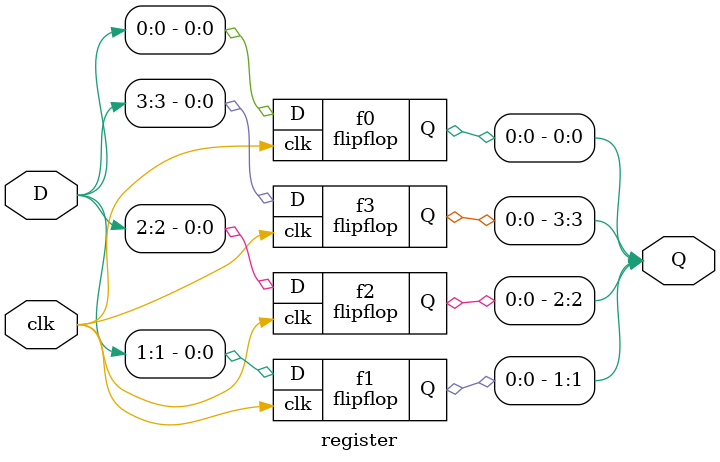
<source format=sv>
module flipflop (D,clk,Q);
  input D,clk;
  output Q;
  reg Q=0;
  always @ (posedge clk) begin
    Q <= D;
  end
endmodule

module register(D,clk,Q);
  input [3:0] D;
  input clk;
  output [3:0] Q;
  wire h,i,j;
  flipflop f0 (D[0],clk,Q[0]);
  flipflop f1 (D[1],clk,Q[1]);
  flipflop f2 (D[2],clk,Q[2]);
  flipflop f3 (D[3],clk,Q[3]);
endmodule
</source>
